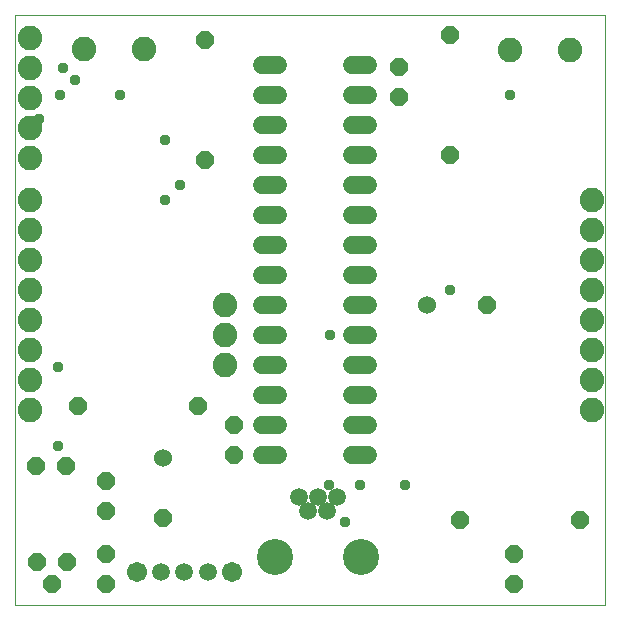
<source format=gbs>
G75*
%MOIN*%
%OFA0B0*%
%FSLAX25Y25*%
%IPPOS*%
%LPD*%
%AMOC8*
5,1,8,0,0,1.08239X$1,22.5*
%
%ADD10C,0.00000*%
%ADD11OC8,0.06000*%
%ADD12C,0.06000*%
%ADD13C,0.05950*%
%ADD14C,0.12020*%
%ADD15C,0.06000*%
%ADD16C,0.06737*%
%ADD17C,0.08200*%
%ADD18C,0.03778*%
D10*
X0002333Y0006548D02*
X0002333Y0203398D01*
X0199184Y0203398D01*
X0199184Y0006548D01*
X0002333Y0006548D01*
D11*
X0014833Y0013548D03*
X0009833Y0021048D03*
X0019833Y0021048D03*
X0032833Y0023548D03*
X0032833Y0013548D03*
X0051833Y0035548D03*
X0032833Y0038048D03*
X0032833Y0048048D03*
X0019333Y0053048D03*
X0009333Y0053048D03*
X0023333Y0073048D03*
X0063333Y0073048D03*
X0075333Y0066548D03*
X0075333Y0056548D03*
X0150833Y0035048D03*
X0168833Y0023548D03*
X0168833Y0013548D03*
X0190833Y0035048D03*
X0159833Y0106548D03*
X0147333Y0156548D03*
X0130333Y0176048D03*
X0130333Y0186048D03*
X0147333Y0196548D03*
X0065833Y0195048D03*
X0065833Y0155048D03*
D12*
X0139833Y0106548D03*
X0051833Y0055548D03*
D13*
X0050959Y0017548D03*
X0058833Y0017548D03*
X0066707Y0017548D03*
X0097034Y0042627D03*
X0100184Y0037902D03*
X0103333Y0042627D03*
X0106483Y0037902D03*
X0109633Y0042627D03*
D14*
X0117703Y0022548D03*
X0088963Y0022548D03*
D15*
X0089933Y0056548D02*
X0084733Y0056548D01*
X0084733Y0066548D02*
X0089933Y0066548D01*
X0089933Y0076548D02*
X0084733Y0076548D01*
X0084733Y0086548D02*
X0089933Y0086548D01*
X0089933Y0096548D02*
X0084733Y0096548D01*
X0084733Y0106548D02*
X0089933Y0106548D01*
X0089933Y0116548D02*
X0084733Y0116548D01*
X0084733Y0126548D02*
X0089933Y0126548D01*
X0089933Y0136548D02*
X0084733Y0136548D01*
X0084733Y0146548D02*
X0089933Y0146548D01*
X0089933Y0156548D02*
X0084733Y0156548D01*
X0084733Y0166548D02*
X0089933Y0166548D01*
X0089933Y0176548D02*
X0084733Y0176548D01*
X0084733Y0186548D02*
X0089933Y0186548D01*
X0114733Y0186548D02*
X0119933Y0186548D01*
X0119933Y0176548D02*
X0114733Y0176548D01*
X0114733Y0166548D02*
X0119933Y0166548D01*
X0119933Y0156548D02*
X0114733Y0156548D01*
X0114733Y0146548D02*
X0119933Y0146548D01*
X0119933Y0136548D02*
X0114733Y0136548D01*
X0114733Y0126548D02*
X0119933Y0126548D01*
X0119933Y0116548D02*
X0114733Y0116548D01*
X0114733Y0106548D02*
X0119933Y0106548D01*
X0119933Y0096548D02*
X0114733Y0096548D01*
X0114733Y0086548D02*
X0119933Y0086548D01*
X0119933Y0076548D02*
X0114733Y0076548D01*
X0114733Y0066548D02*
X0119933Y0066548D01*
X0119933Y0056548D02*
X0114733Y0056548D01*
D16*
X0074581Y0017548D03*
X0043085Y0017548D03*
D17*
X0007333Y0071548D03*
X0007333Y0081548D03*
X0007333Y0091548D03*
X0007333Y0101548D03*
X0007333Y0111548D03*
X0007333Y0121548D03*
X0007333Y0131548D03*
X0007333Y0141548D03*
X0007333Y0155548D03*
X0007333Y0165548D03*
X0007333Y0175548D03*
X0007333Y0185548D03*
X0007333Y0195548D03*
X0025333Y0192048D03*
X0045333Y0192048D03*
X0072333Y0106548D03*
X0072333Y0096548D03*
X0072333Y0086548D03*
X0167333Y0191548D03*
X0187333Y0191548D03*
X0194833Y0141548D03*
X0194833Y0131548D03*
X0194833Y0121548D03*
X0194833Y0111548D03*
X0194833Y0101548D03*
X0194833Y0091548D03*
X0194833Y0081548D03*
X0194833Y0071548D03*
D18*
X0147333Y0111548D03*
X0107333Y0096548D03*
X0107146Y0046736D03*
X0117333Y0046675D03*
X0112333Y0034437D03*
X0132333Y0046548D03*
X0052333Y0141548D03*
X0057333Y0146548D03*
X0052333Y0161548D03*
X0037333Y0176548D03*
X0022333Y0181548D03*
X0018333Y0185548D03*
X0017333Y0176548D03*
X0010444Y0168659D03*
X0016833Y0086048D03*
X0016791Y0059505D03*
X0167333Y0176548D03*
M02*

</source>
